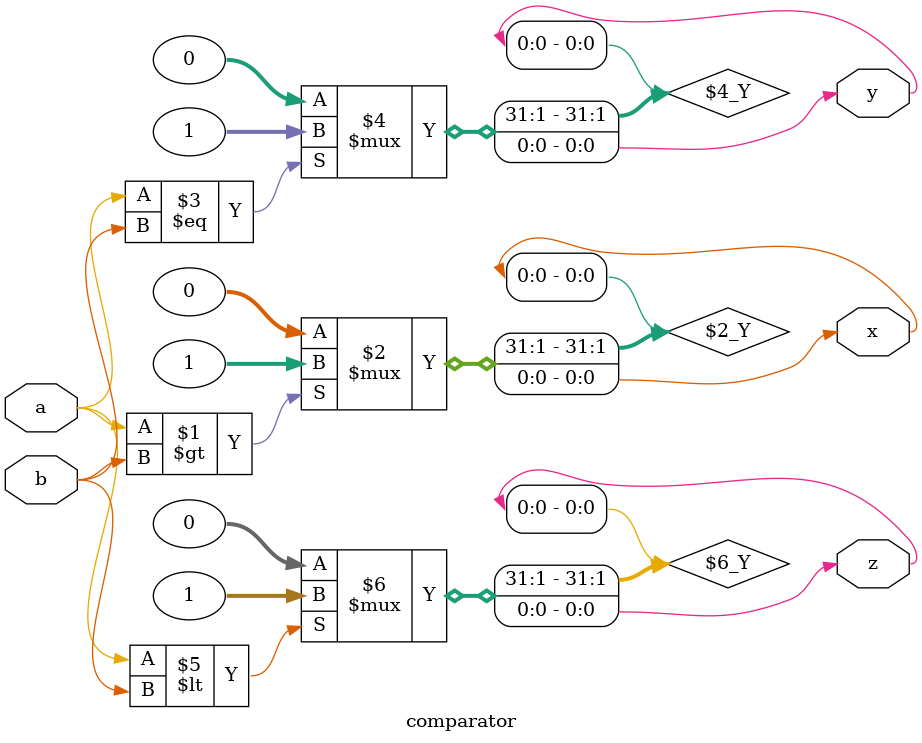
<source format=v>
module comparator(input a, input b, output x, output y, output z);

assign x = (a > b) ? 1 : 0;
assign y = (a == b) ? 1 : 0;
assign z = (a < b) ? 1 : 0;

endmodule
</source>
